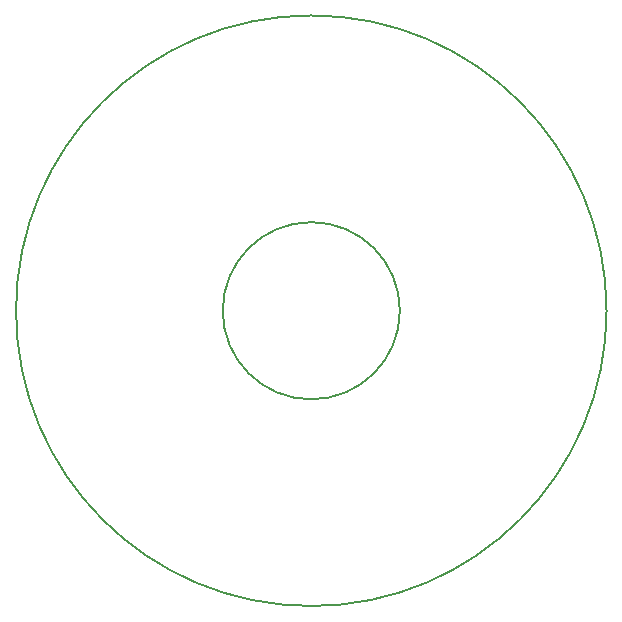
<source format=gbr>
G04 #@! TF.GenerationSoftware,KiCad,Pcbnew,5.1.5-52549c5~84~ubuntu18.04.1*
G04 #@! TF.CreationDate,2020-03-24T02:23:38-04:00*
G04 #@! TF.ProjectId,SwarmBot,53776172-6d42-46f7-942e-6b696361645f,rev?*
G04 #@! TF.SameCoordinates,Original*
G04 #@! TF.FileFunction,Profile,NP*
%FSLAX46Y46*%
G04 Gerber Fmt 4.6, Leading zero omitted, Abs format (unit mm)*
G04 Created by KiCad (PCBNEW 5.1.5-52549c5~84~ubuntu18.04.1) date 2020-03-24 02:23:38*
%MOMM*%
%LPD*%
G04 APERTURE LIST*
%ADD10C,0.200000*%
G04 APERTURE END LIST*
D10*
X7500000Y0D02*
G75*
G03X7500000Y0I-7500000J0D01*
G01*
X25000000Y0D02*
G75*
G03X25000000Y0I-25000000J0D01*
G01*
M02*

</source>
